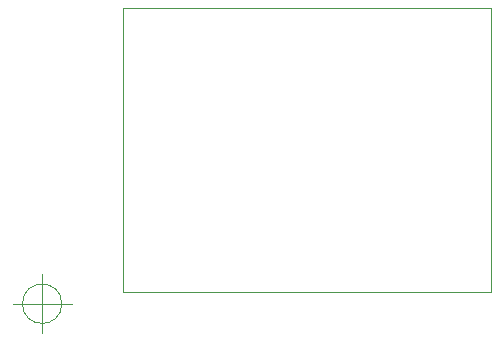
<source format=gbr>
%TF.GenerationSoftware,KiCad,Pcbnew,6.0.11-2627ca5db0~126~ubuntu20.04.1*%
%TF.CreationDate,2023-03-07T09:49:12+01:00*%
%TF.ProjectId,ecran,65637261-6e2e-46b6-9963-61645f706362,V1.0*%
%TF.SameCoordinates,Original*%
%TF.FileFunction,Profile,NP*%
%FSLAX46Y46*%
G04 Gerber Fmt 4.6, Leading zero omitted, Abs format (unit mm)*
G04 Created by KiCad (PCBNEW 6.0.11-2627ca5db0~126~ubuntu20.04.1) date 2023-03-07 09:49:12*
%MOMM*%
%LPD*%
G01*
G04 APERTURE LIST*
%TA.AperFunction,Profile*%
%ADD10C,0.100000*%
%TD*%
G04 APERTURE END LIST*
D10*
X127000000Y-120000000D02*
X95885000Y-120000000D01*
X127000000Y-96000000D02*
X127000000Y-120000000D01*
X95885000Y-120000000D02*
X95885000Y-96000000D01*
X95885000Y-96000000D02*
X127000000Y-96000000D01*
X90666666Y-121000000D02*
G75*
G03*
X90666666Y-121000000I-1666666J0D01*
G01*
X86500000Y-121000000D02*
X91500000Y-121000000D01*
X89000000Y-118500000D02*
X89000000Y-123500000D01*
M02*

</source>
